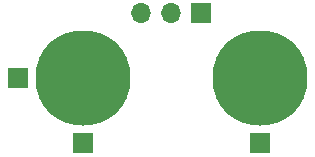
<source format=gbr>
%TF.GenerationSoftware,KiCad,Pcbnew,7.0.9*%
%TF.CreationDate,2024-02-15T17:21:19-06:00*%
%TF.ProjectId,MUX,4d55582e-6b69-4636-9164-5f7063625858,rev?*%
%TF.SameCoordinates,Original*%
%TF.FileFunction,Soldermask,Bot*%
%TF.FilePolarity,Negative*%
%FSLAX46Y46*%
G04 Gerber Fmt 4.6, Leading zero omitted, Abs format (unit mm)*
G04 Created by KiCad (PCBNEW 7.0.9) date 2024-02-15 17:21:19*
%MOMM*%
%LPD*%
G01*
G04 APERTURE LIST*
%ADD10R,1.700000X1.700000*%
%ADD11O,1.700000X1.700000*%
%ADD12C,8.050000*%
G04 APERTURE END LIST*
D10*
%TO.C,J1*%
X147500000Y-93000000D03*
%TD*%
%TO.C,J2*%
X162500000Y-93000000D03*
%TD*%
%TO.C,J3*%
X157500000Y-82000000D03*
D11*
X154960000Y-82000000D03*
X152420000Y-82000000D03*
%TD*%
D10*
%TO.C,J6*%
X142000000Y-87500000D03*
%TD*%
D12*
%TO.C,J4*%
X147500000Y-87500000D03*
%TD*%
%TO.C,J5*%
X162500000Y-87500000D03*
%TD*%
M02*

</source>
